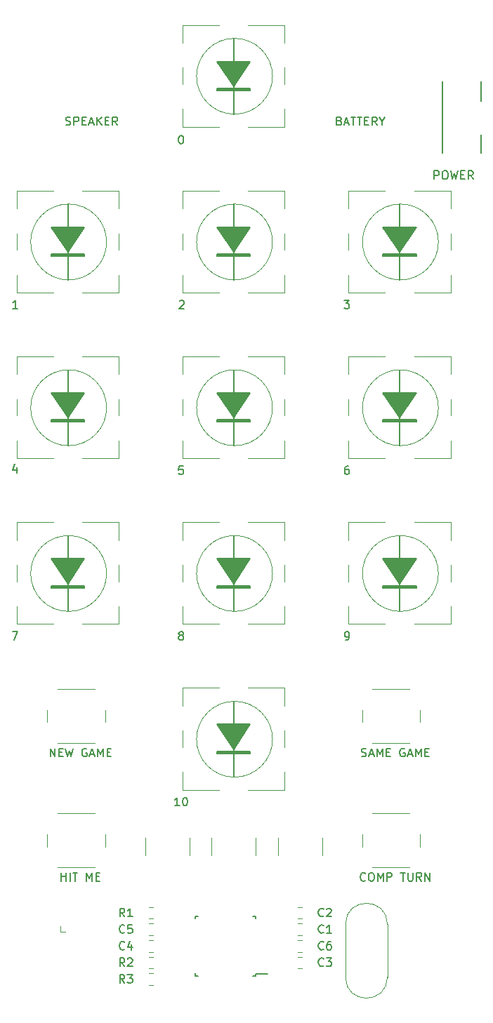
<source format=gbr>
G04 #@! TF.GenerationSoftware,KiCad,Pcbnew,(5.1.4)-1*
G04 #@! TF.CreationDate,2019-10-23T11:26:40-04:00*
G04 #@! TF.ProjectId,MerlinGame,4d65726c-696e-4476-916d-652e6b696361,A*
G04 #@! TF.SameCoordinates,Original*
G04 #@! TF.FileFunction,Legend,Top*
G04 #@! TF.FilePolarity,Positive*
%FSLAX46Y46*%
G04 Gerber Fmt 4.6, Leading zero omitted, Abs format (unit mm)*
G04 Created by KiCad (PCBNEW (5.1.4)-1) date 2019-10-23 11:26:40*
%MOMM*%
%LPD*%
G04 APERTURE LIST*
%ADD10C,0.150000*%
%ADD11C,0.120000*%
G04 APERTURE END LIST*
D10*
X59745952Y-55904761D02*
X59888809Y-55952380D01*
X60126904Y-55952380D01*
X60222142Y-55904761D01*
X60269761Y-55857142D01*
X60317380Y-55761904D01*
X60317380Y-55666666D01*
X60269761Y-55571428D01*
X60222142Y-55523809D01*
X60126904Y-55476190D01*
X59936428Y-55428571D01*
X59841190Y-55380952D01*
X59793571Y-55333333D01*
X59745952Y-55238095D01*
X59745952Y-55142857D01*
X59793571Y-55047619D01*
X59841190Y-55000000D01*
X59936428Y-54952380D01*
X60174523Y-54952380D01*
X60317380Y-55000000D01*
X60745952Y-55952380D02*
X60745952Y-54952380D01*
X61126904Y-54952380D01*
X61222142Y-55000000D01*
X61269761Y-55047619D01*
X61317380Y-55142857D01*
X61317380Y-55285714D01*
X61269761Y-55380952D01*
X61222142Y-55428571D01*
X61126904Y-55476190D01*
X60745952Y-55476190D01*
X61745952Y-55428571D02*
X62079285Y-55428571D01*
X62222142Y-55952380D02*
X61745952Y-55952380D01*
X61745952Y-54952380D01*
X62222142Y-54952380D01*
X62603095Y-55666666D02*
X63079285Y-55666666D01*
X62507857Y-55952380D02*
X62841190Y-54952380D01*
X63174523Y-55952380D01*
X63507857Y-55952380D02*
X63507857Y-54952380D01*
X64079285Y-55952380D02*
X63650714Y-55380952D01*
X64079285Y-54952380D02*
X63507857Y-55523809D01*
X64507857Y-55428571D02*
X64841190Y-55428571D01*
X64984047Y-55952380D02*
X64507857Y-55952380D01*
X64507857Y-54952380D01*
X64984047Y-54952380D01*
X65984047Y-55952380D02*
X65650714Y-55476190D01*
X65412619Y-55952380D02*
X65412619Y-54952380D01*
X65793571Y-54952380D01*
X65888809Y-55000000D01*
X65936428Y-55047619D01*
X65984047Y-55142857D01*
X65984047Y-55285714D01*
X65936428Y-55380952D01*
X65888809Y-55428571D01*
X65793571Y-55476190D01*
X65412619Y-55476190D01*
X92750000Y-55428571D02*
X92892857Y-55476190D01*
X92940476Y-55523809D01*
X92988095Y-55619047D01*
X92988095Y-55761904D01*
X92940476Y-55857142D01*
X92892857Y-55904761D01*
X92797619Y-55952380D01*
X92416666Y-55952380D01*
X92416666Y-54952380D01*
X92750000Y-54952380D01*
X92845238Y-55000000D01*
X92892857Y-55047619D01*
X92940476Y-55142857D01*
X92940476Y-55238095D01*
X92892857Y-55333333D01*
X92845238Y-55380952D01*
X92750000Y-55428571D01*
X92416666Y-55428571D01*
X93369047Y-55666666D02*
X93845238Y-55666666D01*
X93273809Y-55952380D02*
X93607142Y-54952380D01*
X93940476Y-55952380D01*
X94130952Y-54952380D02*
X94702380Y-54952380D01*
X94416666Y-55952380D02*
X94416666Y-54952380D01*
X94892857Y-54952380D02*
X95464285Y-54952380D01*
X95178571Y-55952380D02*
X95178571Y-54952380D01*
X95797619Y-55428571D02*
X96130952Y-55428571D01*
X96273809Y-55952380D02*
X95797619Y-55952380D01*
X95797619Y-54952380D01*
X96273809Y-54952380D01*
X97273809Y-55952380D02*
X96940476Y-55476190D01*
X96702380Y-55952380D02*
X96702380Y-54952380D01*
X97083333Y-54952380D01*
X97178571Y-55000000D01*
X97226190Y-55047619D01*
X97273809Y-55142857D01*
X97273809Y-55285714D01*
X97226190Y-55380952D01*
X97178571Y-55428571D01*
X97083333Y-55476190D01*
X96702380Y-55476190D01*
X97892857Y-55476190D02*
X97892857Y-55952380D01*
X97559523Y-54952380D02*
X97892857Y-55476190D01*
X98226190Y-54952380D01*
D11*
X69738748Y-159710000D02*
X70261252Y-159710000D01*
X69738748Y-158290000D02*
X70261252Y-158290000D01*
X70261252Y-156290000D02*
X69738748Y-156290000D01*
X70261252Y-157710000D02*
X69738748Y-157710000D01*
X69738748Y-153710000D02*
X70261252Y-153710000D01*
X69738748Y-152290000D02*
X70261252Y-152290000D01*
X88261252Y-156290000D02*
X87738748Y-156290000D01*
X88261252Y-157710000D02*
X87738748Y-157710000D01*
X70261252Y-154290000D02*
X69738748Y-154290000D01*
X70261252Y-155710000D02*
X69738748Y-155710000D01*
X88261252Y-154290000D02*
X87738748Y-154290000D01*
X88261252Y-155710000D02*
X87738748Y-155710000D01*
D10*
X109800000Y-53000000D02*
X109800000Y-50700000D01*
X109800000Y-59300000D02*
X109800000Y-57100000D01*
X105200000Y-59300000D02*
X105200000Y-50700000D01*
D11*
X69763748Y-151710000D02*
X70286252Y-151710000D01*
X69763748Y-150290000D02*
X70286252Y-150290000D01*
X59730000Y-153270000D02*
X59095000Y-153270000D01*
X59095000Y-153270000D02*
X59095000Y-152635000D01*
X74670000Y-144050000D02*
X74670000Y-141950000D01*
X69330000Y-144050000D02*
X69330000Y-141950000D01*
X82670000Y-144050000D02*
X82670000Y-141950000D01*
X77330000Y-144050000D02*
X77330000Y-141950000D01*
X90670000Y-144050000D02*
X90670000Y-141950000D01*
X85330000Y-144050000D02*
X85330000Y-141950000D01*
X88261252Y-152290000D02*
X87738748Y-152290000D01*
X88261252Y-153710000D02*
X87738748Y-153710000D01*
X88261252Y-150290000D02*
X87738748Y-150290000D01*
X88261252Y-151710000D02*
X87738748Y-151710000D01*
X98525000Y-152360000D02*
G75*
G03X93475000Y-152360000I-2525000J0D01*
G01*
X98525000Y-158760000D02*
G75*
G02X93475000Y-158760000I-2525000J0D01*
G01*
X98525000Y-158760000D02*
X98525000Y-152360000D01*
X93475000Y-158760000D02*
X93475000Y-152360000D01*
X102475000Y-143000000D02*
X102475000Y-141500000D01*
X101225000Y-139000000D02*
X96725000Y-139000000D01*
X95475000Y-141500000D02*
X95475000Y-143000000D01*
X96725000Y-145500000D02*
X101225000Y-145500000D01*
X64525000Y-143000000D02*
X64525000Y-141500000D01*
X63275000Y-139000000D02*
X58775000Y-139000000D01*
X57525000Y-141500000D02*
X57525000Y-143000000D01*
X58775000Y-145500000D02*
X63275000Y-145500000D01*
X102475000Y-128000000D02*
X102475000Y-126500000D01*
X101225000Y-124000000D02*
X96725000Y-124000000D01*
X95475000Y-126500000D02*
X95475000Y-128000000D01*
X96725000Y-130500000D02*
X101225000Y-130500000D01*
X64525000Y-128000000D02*
X64525000Y-126500000D01*
X63275000Y-124000000D02*
X58775000Y-124000000D01*
X57525000Y-126500000D02*
X57525000Y-128000000D01*
X58775000Y-130500000D02*
X63275000Y-130500000D01*
X86150000Y-136150000D02*
X81750000Y-136150000D01*
X73850000Y-123850000D02*
X78250000Y-123850000D01*
D10*
X80000000Y-125500000D02*
X80000000Y-134600000D01*
G36*
X78000000Y-131500000D02*
G01*
X82000000Y-131500000D01*
X82000000Y-131750000D01*
X78000000Y-131750000D01*
X78000000Y-131500000D01*
G37*
X78000000Y-131500000D02*
X82000000Y-131500000D01*
X82000000Y-131750000D01*
X78000000Y-131750000D01*
X78000000Y-131500000D01*
G36*
X78000000Y-128250000D02*
G01*
X82000000Y-128250000D01*
X80000000Y-131250000D01*
X78000000Y-128250000D01*
G37*
X78000000Y-128250000D02*
X82000000Y-128250000D01*
X80000000Y-131250000D01*
X78000000Y-128250000D01*
D11*
X73850000Y-131000000D02*
X73850000Y-129000000D01*
X73850000Y-136150000D02*
X73850000Y-134000000D01*
X78250000Y-136150000D02*
X73850000Y-136150000D01*
X86150000Y-134000000D02*
X86150000Y-136150000D01*
X86150000Y-129000000D02*
X86150000Y-131000000D01*
X86150000Y-123850000D02*
X86150000Y-126000000D01*
X81750000Y-123850000D02*
X86150000Y-123850000D01*
X73850000Y-126000000D02*
X73850000Y-123850000D01*
X84679050Y-130040000D02*
G75*
G03X84679050Y-130040000I-4579050J0D01*
G01*
X106150000Y-116150000D02*
X101750000Y-116150000D01*
X93850000Y-103850000D02*
X98250000Y-103850000D01*
D10*
X100000000Y-105500000D02*
X100000000Y-114600000D01*
G36*
X98000000Y-111500000D02*
G01*
X102000000Y-111500000D01*
X102000000Y-111750000D01*
X98000000Y-111750000D01*
X98000000Y-111500000D01*
G37*
X98000000Y-111500000D02*
X102000000Y-111500000D01*
X102000000Y-111750000D01*
X98000000Y-111750000D01*
X98000000Y-111500000D01*
G36*
X98000000Y-108250000D02*
G01*
X102000000Y-108250000D01*
X100000000Y-111250000D01*
X98000000Y-108250000D01*
G37*
X98000000Y-108250000D02*
X102000000Y-108250000D01*
X100000000Y-111250000D01*
X98000000Y-108250000D01*
D11*
X93850000Y-111000000D02*
X93850000Y-109000000D01*
X93850000Y-116150000D02*
X93850000Y-114000000D01*
X98250000Y-116150000D02*
X93850000Y-116150000D01*
X106150000Y-114000000D02*
X106150000Y-116150000D01*
X106150000Y-109000000D02*
X106150000Y-111000000D01*
X106150000Y-103850000D02*
X106150000Y-106000000D01*
X101750000Y-103850000D02*
X106150000Y-103850000D01*
X93850000Y-106000000D02*
X93850000Y-103850000D01*
X104679050Y-110040000D02*
G75*
G03X104679050Y-110040000I-4579050J0D01*
G01*
X86150000Y-116150000D02*
X81750000Y-116150000D01*
X73850000Y-103850000D02*
X78250000Y-103850000D01*
D10*
X80000000Y-105500000D02*
X80000000Y-114600000D01*
G36*
X78000000Y-111500000D02*
G01*
X82000000Y-111500000D01*
X82000000Y-111750000D01*
X78000000Y-111750000D01*
X78000000Y-111500000D01*
G37*
X78000000Y-111500000D02*
X82000000Y-111500000D01*
X82000000Y-111750000D01*
X78000000Y-111750000D01*
X78000000Y-111500000D01*
G36*
X78000000Y-108250000D02*
G01*
X82000000Y-108250000D01*
X80000000Y-111250000D01*
X78000000Y-108250000D01*
G37*
X78000000Y-108250000D02*
X82000000Y-108250000D01*
X80000000Y-111250000D01*
X78000000Y-108250000D01*
D11*
X73850000Y-111000000D02*
X73850000Y-109000000D01*
X73850000Y-116150000D02*
X73850000Y-114000000D01*
X78250000Y-116150000D02*
X73850000Y-116150000D01*
X86150000Y-114000000D02*
X86150000Y-116150000D01*
X86150000Y-109000000D02*
X86150000Y-111000000D01*
X86150000Y-103850000D02*
X86150000Y-106000000D01*
X81750000Y-103850000D02*
X86150000Y-103850000D01*
X73850000Y-106000000D02*
X73850000Y-103850000D01*
X84679050Y-110040000D02*
G75*
G03X84679050Y-110040000I-4579050J0D01*
G01*
X66150000Y-116150000D02*
X61750000Y-116150000D01*
X53850000Y-103850000D02*
X58250000Y-103850000D01*
D10*
X60000000Y-105500000D02*
X60000000Y-114600000D01*
G36*
X58000000Y-111500000D02*
G01*
X62000000Y-111500000D01*
X62000000Y-111750000D01*
X58000000Y-111750000D01*
X58000000Y-111500000D01*
G37*
X58000000Y-111500000D02*
X62000000Y-111500000D01*
X62000000Y-111750000D01*
X58000000Y-111750000D01*
X58000000Y-111500000D01*
G36*
X58000000Y-108250000D02*
G01*
X62000000Y-108250000D01*
X60000000Y-111250000D01*
X58000000Y-108250000D01*
G37*
X58000000Y-108250000D02*
X62000000Y-108250000D01*
X60000000Y-111250000D01*
X58000000Y-108250000D01*
D11*
X53850000Y-111000000D02*
X53850000Y-109000000D01*
X53850000Y-116150000D02*
X53850000Y-114000000D01*
X58250000Y-116150000D02*
X53850000Y-116150000D01*
X66150000Y-114000000D02*
X66150000Y-116150000D01*
X66150000Y-109000000D02*
X66150000Y-111000000D01*
X66150000Y-103850000D02*
X66150000Y-106000000D01*
X61750000Y-103850000D02*
X66150000Y-103850000D01*
X53850000Y-106000000D02*
X53850000Y-103850000D01*
X64679050Y-110040000D02*
G75*
G03X64679050Y-110040000I-4579050J0D01*
G01*
X106150000Y-96150000D02*
X101750000Y-96150000D01*
X93850000Y-83850000D02*
X98250000Y-83850000D01*
D10*
X100000000Y-85500000D02*
X100000000Y-94600000D01*
G36*
X98000000Y-91500000D02*
G01*
X102000000Y-91500000D01*
X102000000Y-91750000D01*
X98000000Y-91750000D01*
X98000000Y-91500000D01*
G37*
X98000000Y-91500000D02*
X102000000Y-91500000D01*
X102000000Y-91750000D01*
X98000000Y-91750000D01*
X98000000Y-91500000D01*
G36*
X98000000Y-88250000D02*
G01*
X102000000Y-88250000D01*
X100000000Y-91250000D01*
X98000000Y-88250000D01*
G37*
X98000000Y-88250000D02*
X102000000Y-88250000D01*
X100000000Y-91250000D01*
X98000000Y-88250000D01*
D11*
X93850000Y-91000000D02*
X93850000Y-89000000D01*
X93850000Y-96150000D02*
X93850000Y-94000000D01*
X98250000Y-96150000D02*
X93850000Y-96150000D01*
X106150000Y-94000000D02*
X106150000Y-96150000D01*
X106150000Y-89000000D02*
X106150000Y-91000000D01*
X106150000Y-83850000D02*
X106150000Y-86000000D01*
X101750000Y-83850000D02*
X106150000Y-83850000D01*
X93850000Y-86000000D02*
X93850000Y-83850000D01*
X104679050Y-90040000D02*
G75*
G03X104679050Y-90040000I-4579050J0D01*
G01*
X86150000Y-96150000D02*
X81750000Y-96150000D01*
X73850000Y-83850000D02*
X78250000Y-83850000D01*
D10*
X80000000Y-85500000D02*
X80000000Y-94600000D01*
G36*
X78000000Y-91500000D02*
G01*
X82000000Y-91500000D01*
X82000000Y-91750000D01*
X78000000Y-91750000D01*
X78000000Y-91500000D01*
G37*
X78000000Y-91500000D02*
X82000000Y-91500000D01*
X82000000Y-91750000D01*
X78000000Y-91750000D01*
X78000000Y-91500000D01*
G36*
X78000000Y-88250000D02*
G01*
X82000000Y-88250000D01*
X80000000Y-91250000D01*
X78000000Y-88250000D01*
G37*
X78000000Y-88250000D02*
X82000000Y-88250000D01*
X80000000Y-91250000D01*
X78000000Y-88250000D01*
D11*
X73850000Y-91000000D02*
X73850000Y-89000000D01*
X73850000Y-96150000D02*
X73850000Y-94000000D01*
X78250000Y-96150000D02*
X73850000Y-96150000D01*
X86150000Y-94000000D02*
X86150000Y-96150000D01*
X86150000Y-89000000D02*
X86150000Y-91000000D01*
X86150000Y-83850000D02*
X86150000Y-86000000D01*
X81750000Y-83850000D02*
X86150000Y-83850000D01*
X73850000Y-86000000D02*
X73850000Y-83850000D01*
X84679050Y-90040000D02*
G75*
G03X84679050Y-90040000I-4579050J0D01*
G01*
X66150000Y-96150000D02*
X61750000Y-96150000D01*
X53850000Y-83850000D02*
X58250000Y-83850000D01*
D10*
X60000000Y-85500000D02*
X60000000Y-94600000D01*
G36*
X58000000Y-91500000D02*
G01*
X62000000Y-91500000D01*
X62000000Y-91750000D01*
X58000000Y-91750000D01*
X58000000Y-91500000D01*
G37*
X58000000Y-91500000D02*
X62000000Y-91500000D01*
X62000000Y-91750000D01*
X58000000Y-91750000D01*
X58000000Y-91500000D01*
G36*
X58000000Y-88250000D02*
G01*
X62000000Y-88250000D01*
X60000000Y-91250000D01*
X58000000Y-88250000D01*
G37*
X58000000Y-88250000D02*
X62000000Y-88250000D01*
X60000000Y-91250000D01*
X58000000Y-88250000D01*
D11*
X53850000Y-91000000D02*
X53850000Y-89000000D01*
X53850000Y-96150000D02*
X53850000Y-94000000D01*
X58250000Y-96150000D02*
X53850000Y-96150000D01*
X66150000Y-94000000D02*
X66150000Y-96150000D01*
X66150000Y-89000000D02*
X66150000Y-91000000D01*
X66150000Y-83850000D02*
X66150000Y-86000000D01*
X61750000Y-83850000D02*
X66150000Y-83850000D01*
X53850000Y-86000000D02*
X53850000Y-83850000D01*
X64679050Y-90040000D02*
G75*
G03X64679050Y-90040000I-4579050J0D01*
G01*
D10*
X82625000Y-158400000D02*
X84050000Y-158400000D01*
X75375000Y-158625000D02*
X75700000Y-158625000D01*
X75375000Y-151375000D02*
X75700000Y-151375000D01*
X82625000Y-151375000D02*
X82300000Y-151375000D01*
X82625000Y-158625000D02*
X82300000Y-158625000D01*
X82625000Y-151375000D02*
X82625000Y-151700000D01*
X75375000Y-151375000D02*
X75375000Y-151700000D01*
X75375000Y-158625000D02*
X75375000Y-158300000D01*
X82625000Y-158625000D02*
X82625000Y-158400000D01*
D11*
X106150000Y-76150000D02*
X101750000Y-76150000D01*
X93850000Y-63850000D02*
X98250000Y-63850000D01*
D10*
X100000000Y-65500000D02*
X100000000Y-74600000D01*
G36*
X98000000Y-71500000D02*
G01*
X102000000Y-71500000D01*
X102000000Y-71750000D01*
X98000000Y-71750000D01*
X98000000Y-71500000D01*
G37*
X98000000Y-71500000D02*
X102000000Y-71500000D01*
X102000000Y-71750000D01*
X98000000Y-71750000D01*
X98000000Y-71500000D01*
G36*
X98000000Y-68250000D02*
G01*
X102000000Y-68250000D01*
X100000000Y-71250000D01*
X98000000Y-68250000D01*
G37*
X98000000Y-68250000D02*
X102000000Y-68250000D01*
X100000000Y-71250000D01*
X98000000Y-68250000D01*
D11*
X93850000Y-71000000D02*
X93850000Y-69000000D01*
X93850000Y-76150000D02*
X93850000Y-74000000D01*
X98250000Y-76150000D02*
X93850000Y-76150000D01*
X106150000Y-74000000D02*
X106150000Y-76150000D01*
X106150000Y-69000000D02*
X106150000Y-71000000D01*
X106150000Y-63850000D02*
X106150000Y-66000000D01*
X101750000Y-63850000D02*
X106150000Y-63850000D01*
X93850000Y-66000000D02*
X93850000Y-63850000D01*
X104679050Y-70040000D02*
G75*
G03X104679050Y-70040000I-4579050J0D01*
G01*
X86150000Y-76150000D02*
X81750000Y-76150000D01*
X73850000Y-63850000D02*
X78250000Y-63850000D01*
D10*
X80000000Y-65500000D02*
X80000000Y-74600000D01*
G36*
X78000000Y-71500000D02*
G01*
X82000000Y-71500000D01*
X82000000Y-71750000D01*
X78000000Y-71750000D01*
X78000000Y-71500000D01*
G37*
X78000000Y-71500000D02*
X82000000Y-71500000D01*
X82000000Y-71750000D01*
X78000000Y-71750000D01*
X78000000Y-71500000D01*
G36*
X78000000Y-68250000D02*
G01*
X82000000Y-68250000D01*
X80000000Y-71250000D01*
X78000000Y-68250000D01*
G37*
X78000000Y-68250000D02*
X82000000Y-68250000D01*
X80000000Y-71250000D01*
X78000000Y-68250000D01*
D11*
X73850000Y-71000000D02*
X73850000Y-69000000D01*
X73850000Y-76150000D02*
X73850000Y-74000000D01*
X78250000Y-76150000D02*
X73850000Y-76150000D01*
X86150000Y-74000000D02*
X86150000Y-76150000D01*
X86150000Y-69000000D02*
X86150000Y-71000000D01*
X86150000Y-63850000D02*
X86150000Y-66000000D01*
X81750000Y-63850000D02*
X86150000Y-63850000D01*
X73850000Y-66000000D02*
X73850000Y-63850000D01*
X84679050Y-70040000D02*
G75*
G03X84679050Y-70040000I-4579050J0D01*
G01*
X66150000Y-76150000D02*
X61750000Y-76150000D01*
X53850000Y-63850000D02*
X58250000Y-63850000D01*
D10*
X60000000Y-65500000D02*
X60000000Y-74600000D01*
G36*
X58000000Y-71500000D02*
G01*
X62000000Y-71500000D01*
X62000000Y-71750000D01*
X58000000Y-71750000D01*
X58000000Y-71500000D01*
G37*
X58000000Y-71500000D02*
X62000000Y-71500000D01*
X62000000Y-71750000D01*
X58000000Y-71750000D01*
X58000000Y-71500000D01*
G36*
X58000000Y-68250000D02*
G01*
X62000000Y-68250000D01*
X60000000Y-71250000D01*
X58000000Y-68250000D01*
G37*
X58000000Y-68250000D02*
X62000000Y-68250000D01*
X60000000Y-71250000D01*
X58000000Y-68250000D01*
D11*
X53850000Y-71000000D02*
X53850000Y-69000000D01*
X53850000Y-76150000D02*
X53850000Y-74000000D01*
X58250000Y-76150000D02*
X53850000Y-76150000D01*
X66150000Y-74000000D02*
X66150000Y-76150000D01*
X66150000Y-69000000D02*
X66150000Y-71000000D01*
X66150000Y-63850000D02*
X66150000Y-66000000D01*
X61750000Y-63850000D02*
X66150000Y-63850000D01*
X53850000Y-66000000D02*
X53850000Y-63850000D01*
X64679050Y-70040000D02*
G75*
G03X64679050Y-70040000I-4579050J0D01*
G01*
X86150000Y-56150000D02*
X81750000Y-56150000D01*
X73850000Y-43850000D02*
X78250000Y-43850000D01*
D10*
X80000000Y-45500000D02*
X80000000Y-54600000D01*
G36*
X78000000Y-51500000D02*
G01*
X82000000Y-51500000D01*
X82000000Y-51750000D01*
X78000000Y-51750000D01*
X78000000Y-51500000D01*
G37*
X78000000Y-51500000D02*
X82000000Y-51500000D01*
X82000000Y-51750000D01*
X78000000Y-51750000D01*
X78000000Y-51500000D01*
G36*
X78000000Y-48250000D02*
G01*
X82000000Y-48250000D01*
X80000000Y-51250000D01*
X78000000Y-48250000D01*
G37*
X78000000Y-48250000D02*
X82000000Y-48250000D01*
X80000000Y-51250000D01*
X78000000Y-48250000D01*
D11*
X73850000Y-51000000D02*
X73850000Y-49000000D01*
X73850000Y-56150000D02*
X73850000Y-54000000D01*
X78250000Y-56150000D02*
X73850000Y-56150000D01*
X86150000Y-54000000D02*
X86150000Y-56150000D01*
X86150000Y-49000000D02*
X86150000Y-51000000D01*
X86150000Y-43850000D02*
X86150000Y-46000000D01*
X81750000Y-43850000D02*
X86150000Y-43850000D01*
X73850000Y-46000000D02*
X73850000Y-43850000D01*
X84679050Y-50040000D02*
G75*
G03X84679050Y-50040000I-4579050J0D01*
G01*
D10*
X66833333Y-159452380D02*
X66500000Y-158976190D01*
X66261904Y-159452380D02*
X66261904Y-158452380D01*
X66642857Y-158452380D01*
X66738095Y-158500000D01*
X66785714Y-158547619D01*
X66833333Y-158642857D01*
X66833333Y-158785714D01*
X66785714Y-158880952D01*
X66738095Y-158928571D01*
X66642857Y-158976190D01*
X66261904Y-158976190D01*
X67166666Y-158452380D02*
X67785714Y-158452380D01*
X67452380Y-158833333D01*
X67595238Y-158833333D01*
X67690476Y-158880952D01*
X67738095Y-158928571D01*
X67785714Y-159023809D01*
X67785714Y-159261904D01*
X67738095Y-159357142D01*
X67690476Y-159404761D01*
X67595238Y-159452380D01*
X67309523Y-159452380D01*
X67214285Y-159404761D01*
X67166666Y-159357142D01*
X66833333Y-157452380D02*
X66500000Y-156976190D01*
X66261904Y-157452380D02*
X66261904Y-156452380D01*
X66642857Y-156452380D01*
X66738095Y-156500000D01*
X66785714Y-156547619D01*
X66833333Y-156642857D01*
X66833333Y-156785714D01*
X66785714Y-156880952D01*
X66738095Y-156928571D01*
X66642857Y-156976190D01*
X66261904Y-156976190D01*
X67214285Y-156547619D02*
X67261904Y-156500000D01*
X67357142Y-156452380D01*
X67595238Y-156452380D01*
X67690476Y-156500000D01*
X67738095Y-156547619D01*
X67785714Y-156642857D01*
X67785714Y-156738095D01*
X67738095Y-156880952D01*
X67166666Y-157452380D01*
X67785714Y-157452380D01*
X66833333Y-153357142D02*
X66785714Y-153404761D01*
X66642857Y-153452380D01*
X66547619Y-153452380D01*
X66404761Y-153404761D01*
X66309523Y-153309523D01*
X66261904Y-153214285D01*
X66214285Y-153023809D01*
X66214285Y-152880952D01*
X66261904Y-152690476D01*
X66309523Y-152595238D01*
X66404761Y-152500000D01*
X66547619Y-152452380D01*
X66642857Y-152452380D01*
X66785714Y-152500000D01*
X66833333Y-152547619D01*
X67738095Y-152452380D02*
X67261904Y-152452380D01*
X67214285Y-152928571D01*
X67261904Y-152880952D01*
X67357142Y-152833333D01*
X67595238Y-152833333D01*
X67690476Y-152880952D01*
X67738095Y-152928571D01*
X67785714Y-153023809D01*
X67785714Y-153261904D01*
X67738095Y-153357142D01*
X67690476Y-153404761D01*
X67595238Y-153452380D01*
X67357142Y-153452380D01*
X67261904Y-153404761D01*
X67214285Y-153357142D01*
X90833333Y-157357142D02*
X90785714Y-157404761D01*
X90642857Y-157452380D01*
X90547619Y-157452380D01*
X90404761Y-157404761D01*
X90309523Y-157309523D01*
X90261904Y-157214285D01*
X90214285Y-157023809D01*
X90214285Y-156880952D01*
X90261904Y-156690476D01*
X90309523Y-156595238D01*
X90404761Y-156500000D01*
X90547619Y-156452380D01*
X90642857Y-156452380D01*
X90785714Y-156500000D01*
X90833333Y-156547619D01*
X91166666Y-156452380D02*
X91785714Y-156452380D01*
X91452380Y-156833333D01*
X91595238Y-156833333D01*
X91690476Y-156880952D01*
X91738095Y-156928571D01*
X91785714Y-157023809D01*
X91785714Y-157261904D01*
X91738095Y-157357142D01*
X91690476Y-157404761D01*
X91595238Y-157452380D01*
X91309523Y-157452380D01*
X91214285Y-157404761D01*
X91166666Y-157357142D01*
X66833333Y-155357142D02*
X66785714Y-155404761D01*
X66642857Y-155452380D01*
X66547619Y-155452380D01*
X66404761Y-155404761D01*
X66309523Y-155309523D01*
X66261904Y-155214285D01*
X66214285Y-155023809D01*
X66214285Y-154880952D01*
X66261904Y-154690476D01*
X66309523Y-154595238D01*
X66404761Y-154500000D01*
X66547619Y-154452380D01*
X66642857Y-154452380D01*
X66785714Y-154500000D01*
X66833333Y-154547619D01*
X67690476Y-154785714D02*
X67690476Y-155452380D01*
X67452380Y-154404761D02*
X67214285Y-155119047D01*
X67833333Y-155119047D01*
X90833333Y-155357142D02*
X90785714Y-155404761D01*
X90642857Y-155452380D01*
X90547619Y-155452380D01*
X90404761Y-155404761D01*
X90309523Y-155309523D01*
X90261904Y-155214285D01*
X90214285Y-155023809D01*
X90214285Y-154880952D01*
X90261904Y-154690476D01*
X90309523Y-154595238D01*
X90404761Y-154500000D01*
X90547619Y-154452380D01*
X90642857Y-154452380D01*
X90785714Y-154500000D01*
X90833333Y-154547619D01*
X91690476Y-154452380D02*
X91500000Y-154452380D01*
X91404761Y-154500000D01*
X91357142Y-154547619D01*
X91261904Y-154690476D01*
X91214285Y-154880952D01*
X91214285Y-155261904D01*
X91261904Y-155357142D01*
X91309523Y-155404761D01*
X91404761Y-155452380D01*
X91595238Y-155452380D01*
X91690476Y-155404761D01*
X91738095Y-155357142D01*
X91785714Y-155261904D01*
X91785714Y-155023809D01*
X91738095Y-154928571D01*
X91690476Y-154880952D01*
X91595238Y-154833333D01*
X91404761Y-154833333D01*
X91309523Y-154880952D01*
X91261904Y-154928571D01*
X91214285Y-155023809D01*
X104190476Y-62452380D02*
X104190476Y-61452380D01*
X104571428Y-61452380D01*
X104666666Y-61500000D01*
X104714285Y-61547619D01*
X104761904Y-61642857D01*
X104761904Y-61785714D01*
X104714285Y-61880952D01*
X104666666Y-61928571D01*
X104571428Y-61976190D01*
X104190476Y-61976190D01*
X105380952Y-61452380D02*
X105571428Y-61452380D01*
X105666666Y-61500000D01*
X105761904Y-61595238D01*
X105809523Y-61785714D01*
X105809523Y-62119047D01*
X105761904Y-62309523D01*
X105666666Y-62404761D01*
X105571428Y-62452380D01*
X105380952Y-62452380D01*
X105285714Y-62404761D01*
X105190476Y-62309523D01*
X105142857Y-62119047D01*
X105142857Y-61785714D01*
X105190476Y-61595238D01*
X105285714Y-61500000D01*
X105380952Y-61452380D01*
X106142857Y-61452380D02*
X106380952Y-62452380D01*
X106571428Y-61738095D01*
X106761904Y-62452380D01*
X107000000Y-61452380D01*
X107380952Y-61928571D02*
X107714285Y-61928571D01*
X107857142Y-62452380D02*
X107380952Y-62452380D01*
X107380952Y-61452380D01*
X107857142Y-61452380D01*
X108857142Y-62452380D02*
X108523809Y-61976190D01*
X108285714Y-62452380D02*
X108285714Y-61452380D01*
X108666666Y-61452380D01*
X108761904Y-61500000D01*
X108809523Y-61547619D01*
X108857142Y-61642857D01*
X108857142Y-61785714D01*
X108809523Y-61880952D01*
X108761904Y-61928571D01*
X108666666Y-61976190D01*
X108285714Y-61976190D01*
X66833333Y-151452380D02*
X66500000Y-150976190D01*
X66261904Y-151452380D02*
X66261904Y-150452380D01*
X66642857Y-150452380D01*
X66738095Y-150500000D01*
X66785714Y-150547619D01*
X66833333Y-150642857D01*
X66833333Y-150785714D01*
X66785714Y-150880952D01*
X66738095Y-150928571D01*
X66642857Y-150976190D01*
X66261904Y-150976190D01*
X67785714Y-151452380D02*
X67214285Y-151452380D01*
X67500000Y-151452380D02*
X67500000Y-150452380D01*
X67404761Y-150595238D01*
X67309523Y-150690476D01*
X67214285Y-150738095D01*
X90833333Y-153357142D02*
X90785714Y-153404761D01*
X90642857Y-153452380D01*
X90547619Y-153452380D01*
X90404761Y-153404761D01*
X90309523Y-153309523D01*
X90261904Y-153214285D01*
X90214285Y-153023809D01*
X90214285Y-152880952D01*
X90261904Y-152690476D01*
X90309523Y-152595238D01*
X90404761Y-152500000D01*
X90547619Y-152452380D01*
X90642857Y-152452380D01*
X90785714Y-152500000D01*
X90833333Y-152547619D01*
X91785714Y-153452380D02*
X91214285Y-153452380D01*
X91500000Y-153452380D02*
X91500000Y-152452380D01*
X91404761Y-152595238D01*
X91309523Y-152690476D01*
X91214285Y-152738095D01*
X90833333Y-151357142D02*
X90785714Y-151404761D01*
X90642857Y-151452380D01*
X90547619Y-151452380D01*
X90404761Y-151404761D01*
X90309523Y-151309523D01*
X90261904Y-151214285D01*
X90214285Y-151023809D01*
X90214285Y-150880952D01*
X90261904Y-150690476D01*
X90309523Y-150595238D01*
X90404761Y-150500000D01*
X90547619Y-150452380D01*
X90642857Y-150452380D01*
X90785714Y-150500000D01*
X90833333Y-150547619D01*
X91214285Y-150547619D02*
X91261904Y-150500000D01*
X91357142Y-150452380D01*
X91595238Y-150452380D01*
X91690476Y-150500000D01*
X91738095Y-150547619D01*
X91785714Y-150642857D01*
X91785714Y-150738095D01*
X91738095Y-150880952D01*
X91166666Y-151452380D01*
X91785714Y-151452380D01*
X95879761Y-147057142D02*
X95832142Y-147104761D01*
X95689285Y-147152380D01*
X95594047Y-147152380D01*
X95451190Y-147104761D01*
X95355952Y-147009523D01*
X95308333Y-146914285D01*
X95260714Y-146723809D01*
X95260714Y-146580952D01*
X95308333Y-146390476D01*
X95355952Y-146295238D01*
X95451190Y-146200000D01*
X95594047Y-146152380D01*
X95689285Y-146152380D01*
X95832142Y-146200000D01*
X95879761Y-146247619D01*
X96498809Y-146152380D02*
X96689285Y-146152380D01*
X96784523Y-146200000D01*
X96879761Y-146295238D01*
X96927380Y-146485714D01*
X96927380Y-146819047D01*
X96879761Y-147009523D01*
X96784523Y-147104761D01*
X96689285Y-147152380D01*
X96498809Y-147152380D01*
X96403571Y-147104761D01*
X96308333Y-147009523D01*
X96260714Y-146819047D01*
X96260714Y-146485714D01*
X96308333Y-146295238D01*
X96403571Y-146200000D01*
X96498809Y-146152380D01*
X97355952Y-147152380D02*
X97355952Y-146152380D01*
X97689285Y-146866666D01*
X98022619Y-146152380D01*
X98022619Y-147152380D01*
X98498809Y-147152380D02*
X98498809Y-146152380D01*
X98879761Y-146152380D01*
X98975000Y-146200000D01*
X99022619Y-146247619D01*
X99070238Y-146342857D01*
X99070238Y-146485714D01*
X99022619Y-146580952D01*
X98975000Y-146628571D01*
X98879761Y-146676190D01*
X98498809Y-146676190D01*
X100117857Y-146152380D02*
X100689285Y-146152380D01*
X100403571Y-147152380D02*
X100403571Y-146152380D01*
X101022619Y-146152380D02*
X101022619Y-146961904D01*
X101070238Y-147057142D01*
X101117857Y-147104761D01*
X101213095Y-147152380D01*
X101403571Y-147152380D01*
X101498809Y-147104761D01*
X101546428Y-147057142D01*
X101594047Y-146961904D01*
X101594047Y-146152380D01*
X102641666Y-147152380D02*
X102308333Y-146676190D01*
X102070238Y-147152380D02*
X102070238Y-146152380D01*
X102451190Y-146152380D01*
X102546428Y-146200000D01*
X102594047Y-146247619D01*
X102641666Y-146342857D01*
X102641666Y-146485714D01*
X102594047Y-146580952D01*
X102546428Y-146628571D01*
X102451190Y-146676190D01*
X102070238Y-146676190D01*
X103070238Y-147152380D02*
X103070238Y-146152380D01*
X103641666Y-147152380D01*
X103641666Y-146152380D01*
X59215476Y-147152380D02*
X59215476Y-146152380D01*
X59215476Y-146628571D02*
X59786904Y-146628571D01*
X59786904Y-147152380D02*
X59786904Y-146152380D01*
X60263095Y-147152380D02*
X60263095Y-146152380D01*
X60596428Y-146152380D02*
X61167857Y-146152380D01*
X60882142Y-147152380D02*
X60882142Y-146152380D01*
X62263095Y-147152380D02*
X62263095Y-146152380D01*
X62596428Y-146866666D01*
X62929761Y-146152380D01*
X62929761Y-147152380D01*
X63405952Y-146628571D02*
X63739285Y-146628571D01*
X63882142Y-147152380D02*
X63405952Y-147152380D01*
X63405952Y-146152380D01*
X63882142Y-146152380D01*
X95403571Y-132104761D02*
X95546428Y-132152380D01*
X95784523Y-132152380D01*
X95879761Y-132104761D01*
X95927380Y-132057142D01*
X95975000Y-131961904D01*
X95975000Y-131866666D01*
X95927380Y-131771428D01*
X95879761Y-131723809D01*
X95784523Y-131676190D01*
X95594047Y-131628571D01*
X95498809Y-131580952D01*
X95451190Y-131533333D01*
X95403571Y-131438095D01*
X95403571Y-131342857D01*
X95451190Y-131247619D01*
X95498809Y-131200000D01*
X95594047Y-131152380D01*
X95832142Y-131152380D01*
X95975000Y-131200000D01*
X96355952Y-131866666D02*
X96832142Y-131866666D01*
X96260714Y-132152380D02*
X96594047Y-131152380D01*
X96927380Y-132152380D01*
X97260714Y-132152380D02*
X97260714Y-131152380D01*
X97594047Y-131866666D01*
X97927380Y-131152380D01*
X97927380Y-132152380D01*
X98403571Y-131628571D02*
X98736904Y-131628571D01*
X98879761Y-132152380D02*
X98403571Y-132152380D01*
X98403571Y-131152380D01*
X98879761Y-131152380D01*
X100594047Y-131200000D02*
X100498809Y-131152380D01*
X100355952Y-131152380D01*
X100213095Y-131200000D01*
X100117857Y-131295238D01*
X100070238Y-131390476D01*
X100022619Y-131580952D01*
X100022619Y-131723809D01*
X100070238Y-131914285D01*
X100117857Y-132009523D01*
X100213095Y-132104761D01*
X100355952Y-132152380D01*
X100451190Y-132152380D01*
X100594047Y-132104761D01*
X100641666Y-132057142D01*
X100641666Y-131723809D01*
X100451190Y-131723809D01*
X101022619Y-131866666D02*
X101498809Y-131866666D01*
X100927380Y-132152380D02*
X101260714Y-131152380D01*
X101594047Y-132152380D01*
X101927380Y-132152380D02*
X101927380Y-131152380D01*
X102260714Y-131866666D01*
X102594047Y-131152380D01*
X102594047Y-132152380D01*
X103070238Y-131628571D02*
X103403571Y-131628571D01*
X103546428Y-132152380D02*
X103070238Y-132152380D01*
X103070238Y-131152380D01*
X103546428Y-131152380D01*
X57882142Y-132152380D02*
X57882142Y-131152380D01*
X58453571Y-132152380D01*
X58453571Y-131152380D01*
X58929761Y-131628571D02*
X59263095Y-131628571D01*
X59405952Y-132152380D02*
X58929761Y-132152380D01*
X58929761Y-131152380D01*
X59405952Y-131152380D01*
X59739285Y-131152380D02*
X59977380Y-132152380D01*
X60167857Y-131438095D01*
X60358333Y-132152380D01*
X60596428Y-131152380D01*
X62263095Y-131200000D02*
X62167857Y-131152380D01*
X62025000Y-131152380D01*
X61882142Y-131200000D01*
X61786904Y-131295238D01*
X61739285Y-131390476D01*
X61691666Y-131580952D01*
X61691666Y-131723809D01*
X61739285Y-131914285D01*
X61786904Y-132009523D01*
X61882142Y-132104761D01*
X62025000Y-132152380D01*
X62120238Y-132152380D01*
X62263095Y-132104761D01*
X62310714Y-132057142D01*
X62310714Y-131723809D01*
X62120238Y-131723809D01*
X62691666Y-131866666D02*
X63167857Y-131866666D01*
X62596428Y-132152380D02*
X62929761Y-131152380D01*
X63263095Y-132152380D01*
X63596428Y-132152380D02*
X63596428Y-131152380D01*
X63929761Y-131866666D01*
X64263095Y-131152380D01*
X64263095Y-132152380D01*
X64739285Y-131628571D02*
X65072619Y-131628571D01*
X65215476Y-132152380D02*
X64739285Y-132152380D01*
X64739285Y-131152380D01*
X65215476Y-131152380D01*
X73459523Y-138072380D02*
X72888095Y-138072380D01*
X73173809Y-138072380D02*
X73173809Y-137072380D01*
X73078571Y-137215238D01*
X72983333Y-137310476D01*
X72888095Y-137358095D01*
X74078571Y-137072380D02*
X74173809Y-137072380D01*
X74269047Y-137120000D01*
X74316666Y-137167619D01*
X74364285Y-137262857D01*
X74411904Y-137453333D01*
X74411904Y-137691428D01*
X74364285Y-137881904D01*
X74316666Y-137977142D01*
X74269047Y-138024761D01*
X74173809Y-138072380D01*
X74078571Y-138072380D01*
X73983333Y-138024761D01*
X73935714Y-137977142D01*
X73888095Y-137881904D01*
X73840476Y-137691428D01*
X73840476Y-137453333D01*
X73888095Y-137262857D01*
X73935714Y-137167619D01*
X73983333Y-137120000D01*
X74078571Y-137072380D01*
X93459523Y-118072380D02*
X93650000Y-118072380D01*
X93745238Y-118024761D01*
X93792857Y-117977142D01*
X93888095Y-117834285D01*
X93935714Y-117643809D01*
X93935714Y-117262857D01*
X93888095Y-117167619D01*
X93840476Y-117120000D01*
X93745238Y-117072380D01*
X93554761Y-117072380D01*
X93459523Y-117120000D01*
X93411904Y-117167619D01*
X93364285Y-117262857D01*
X93364285Y-117500952D01*
X93411904Y-117596190D01*
X93459523Y-117643809D01*
X93554761Y-117691428D01*
X93745238Y-117691428D01*
X93840476Y-117643809D01*
X93888095Y-117596190D01*
X93935714Y-117500952D01*
X73554761Y-117500952D02*
X73459523Y-117453333D01*
X73411904Y-117405714D01*
X73364285Y-117310476D01*
X73364285Y-117262857D01*
X73411904Y-117167619D01*
X73459523Y-117120000D01*
X73554761Y-117072380D01*
X73745238Y-117072380D01*
X73840476Y-117120000D01*
X73888095Y-117167619D01*
X73935714Y-117262857D01*
X73935714Y-117310476D01*
X73888095Y-117405714D01*
X73840476Y-117453333D01*
X73745238Y-117500952D01*
X73554761Y-117500952D01*
X73459523Y-117548571D01*
X73411904Y-117596190D01*
X73364285Y-117691428D01*
X73364285Y-117881904D01*
X73411904Y-117977142D01*
X73459523Y-118024761D01*
X73554761Y-118072380D01*
X73745238Y-118072380D01*
X73840476Y-118024761D01*
X73888095Y-117977142D01*
X73935714Y-117881904D01*
X73935714Y-117691428D01*
X73888095Y-117596190D01*
X73840476Y-117548571D01*
X73745238Y-117500952D01*
X53316666Y-117072380D02*
X53983333Y-117072380D01*
X53554761Y-118072380D01*
X93840476Y-97072380D02*
X93650000Y-97072380D01*
X93554761Y-97120000D01*
X93507142Y-97167619D01*
X93411904Y-97310476D01*
X93364285Y-97500952D01*
X93364285Y-97881904D01*
X93411904Y-97977142D01*
X93459523Y-98024761D01*
X93554761Y-98072380D01*
X93745238Y-98072380D01*
X93840476Y-98024761D01*
X93888095Y-97977142D01*
X93935714Y-97881904D01*
X93935714Y-97643809D01*
X93888095Y-97548571D01*
X93840476Y-97500952D01*
X93745238Y-97453333D01*
X93554761Y-97453333D01*
X93459523Y-97500952D01*
X93411904Y-97548571D01*
X93364285Y-97643809D01*
X73888095Y-97072380D02*
X73411904Y-97072380D01*
X73364285Y-97548571D01*
X73411904Y-97500952D01*
X73507142Y-97453333D01*
X73745238Y-97453333D01*
X73840476Y-97500952D01*
X73888095Y-97548571D01*
X73935714Y-97643809D01*
X73935714Y-97881904D01*
X73888095Y-97977142D01*
X73840476Y-98024761D01*
X73745238Y-98072380D01*
X73507142Y-98072380D01*
X73411904Y-98024761D01*
X73364285Y-97977142D01*
X53840476Y-97215714D02*
X53840476Y-97882380D01*
X53602380Y-96834761D02*
X53364285Y-97549047D01*
X53983333Y-97549047D01*
X93316666Y-77072380D02*
X93935714Y-77072380D01*
X93602380Y-77453333D01*
X93745238Y-77453333D01*
X93840476Y-77500952D01*
X93888095Y-77548571D01*
X93935714Y-77643809D01*
X93935714Y-77881904D01*
X93888095Y-77977142D01*
X93840476Y-78024761D01*
X93745238Y-78072380D01*
X93459523Y-78072380D01*
X93364285Y-78024761D01*
X93316666Y-77977142D01*
X73464285Y-77172619D02*
X73511904Y-77125000D01*
X73607142Y-77077380D01*
X73845238Y-77077380D01*
X73940476Y-77125000D01*
X73988095Y-77172619D01*
X74035714Y-77267857D01*
X74035714Y-77363095D01*
X73988095Y-77505952D01*
X73416666Y-78077380D01*
X74035714Y-78077380D01*
X53935714Y-78072380D02*
X53364285Y-78072380D01*
X53650000Y-78072380D02*
X53650000Y-77072380D01*
X53554761Y-77215238D01*
X53459523Y-77310476D01*
X53364285Y-77358095D01*
X73602380Y-57199380D02*
X73697619Y-57199380D01*
X73792857Y-57247000D01*
X73840476Y-57294619D01*
X73888095Y-57389857D01*
X73935714Y-57580333D01*
X73935714Y-57818428D01*
X73888095Y-58008904D01*
X73840476Y-58104142D01*
X73792857Y-58151761D01*
X73697619Y-58199380D01*
X73602380Y-58199380D01*
X73507142Y-58151761D01*
X73459523Y-58104142D01*
X73411904Y-58008904D01*
X73364285Y-57818428D01*
X73364285Y-57580333D01*
X73411904Y-57389857D01*
X73459523Y-57294619D01*
X73507142Y-57247000D01*
X73602380Y-57199380D01*
M02*

</source>
